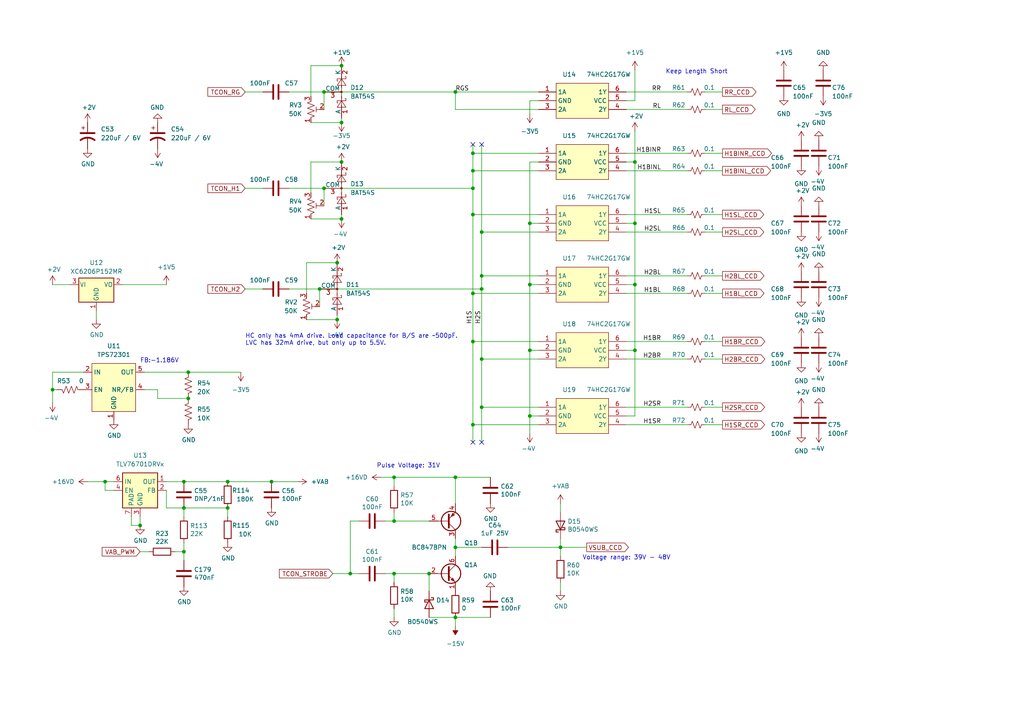
<source format=kicad_sch>
(kicad_sch (version 20231120) (generator "eeschema") (generator_version "8.0")
  (paper "A4")
  (title_block (title "CDD H Drivers") (date "2024-03-25") (rev "R0.11") (company "Copyright 2024 Anhang Li, Wenting Zhang") (comment 2 "MERCHANTABILITY, SATISFACTORY QUALITY AND FITNESS FOR A PARTICULAR PURPOSE.") (comment 3 "This source is distributed WITHOUT ANY EXPRESS OR IMPLIED WARRANTY, INCLUDING OF") (comment 4 "This source describes Open Hardware and is licensed under the CERN-OHL-P v2."))
  (lib_symbols
    (symbol "Device:C" (pin_numbers hide) (pin_names (offset 0.254))
      (property "Reference" "C" (at 0.635 2.54 0))
      (property "Value" "C" (at 0.635 -2.54 0))
      (symbol "C_1_1"
        (pin passive line (at 0 3.81 270) (length 2.794) (name "~") (number "1"))
        (pin passive line (at 0 -3.81 90) (length 2.794) (name "~") (number "2"))
      )
    )
    (symbol "Device:C_Polarized_US" (pin_numbers hide) (pin_names (offset 0.254) hide)
      (property "Reference" "C" (at 0.635 2.54 0))
      (property "Value" "C_Polarized_US" (at 0.635 -2.54 0))
      (symbol "C_Polarized_US_1_1"
        (pin passive line (at 0 3.81 270) (length 2.794) (name "~") (number "1"))
        (pin passive line (at 0 -3.81 90) (length 3.302) (name "~") (number "2"))
      )
    )
    (symbol "Device:D_Schottky" (pin_numbers hide) (pin_names (offset 1.016) hide)
      (property "Reference" "D" (at 0 2.54 0))
      (property "Value" "D_Schottky" (at 0 -2.54 0))
      (symbol "D_Schottky_1_1"
        (pin passive line (at -3.81 0 0) (length 2.54) (name "K") (number "1"))
        (pin passive line (at 3.81 0 180) (length 2.54) (name "A") (number "2"))
      )
    )
    (symbol "Device:R" (pin_numbers hide) (pin_names (offset 0))
      (property "Reference" "R" (at 2.032 0 90))
      (property "Value" "R" (at 0 0 90))
      (symbol "R_1_1"
        (pin passive line (at 0 3.81 270) (length 1.27) (name "~") (number "1"))
        (pin passive line (at 0 -3.81 90) (length 1.27) (name "~") (number "2"))
      )
    )
    (symbol "Device:R_Potentiometer_Trim_US" (pin_names (offset 1.016) hide)
      (property "Reference" "RV" (at -4.445 0 90))
      (property "Value" "R_Potentiometer_Trim_US" (at -2.54 0 90))
      (symbol "R_Potentiometer_Trim_US_1_1"
        (pin passive line (at 0 3.81 270) (length 1.27) (name "1") (number "1"))
        (pin passive line (at 3.81 0 180) (length 1.27) (name "2") (number "2"))
        (pin passive line (at 0 -3.81 90) (length 1.27) (name "3") (number "3"))
      )
    )
    (symbol "Device:R_Small_US" (pin_numbers hide) (pin_names (offset 0.254) hide)
      (property "Reference" "R" (at 0.762 0.508 0))
      (property "Value" "R_Small_US" (at 0.762 -1.016 0))
      (symbol "R_Small_US_1_1"
        (pin passive line (at 0 2.54 270) (length 1.016) (name "~") (number "1"))
        (pin passive line (at 0 -2.54 90) (length 1.016) (name "~") (number "2"))
      )
    )
    (symbol "Device:R_US" (pin_numbers hide) (pin_names (offset 0))
      (property "Reference" "R" (at 2.54 0 90))
      (property "Value" "R_US" (at -2.54 0 90))
      (symbol "R_US_1_1"
        (pin passive line (at 0 3.81 270) (length 1.27) (name "~") (number "1"))
        (pin passive line (at 0 -3.81 90) (length 1.27) (name "~") (number "2"))
      )
    )
    (symbol "Diode:BAT54S" (pin_names (offset 0))
      (property "Reference" "D" (at 2.54 -5.08 0))
      (property "Value" "BAT54S" (at -6.35 3.175 0))
      (symbol "BAT54S_1_1"
        (pin passive line (at -7.62 0 0) (length 3.81) (name "A") (number "1"))
        (pin passive line (at 7.62 0 180) (length 3.81) (name "K") (number "2"))
        (pin passive line (at 0 -5.08 90) (length 5.08) (name "COM") (number "3"))
      )
    )
    (symbol "Regulator_Linear:TLV76701DRVx"
      (property "Reference" "U" (at 0 8.89 0))
      (property "Value" "TLV76701DRVx" (at 0 6.35 0))
      (symbol "TLV76701DRVx_1_1"
        (pin power_out line (at 7.62 2.54 180) (length 2.54) (name "OUT") (number "1"))
        (pin input line (at 7.62 0 180) (length 2.54) (name "FB") (number "2"))
        (pin power_in line (at 0 -7.62 90) (length 2.54) (name "GND") (number "3"))
        (pin input line (at -7.62 0 0) (length 2.54) (name "EN") (number "4"))
        (pin passive line (at 0 -7.62 90) (length 2.54) hide (name "GND") (number "5"))
        (pin power_in line (at -7.62 2.54 0) (length 2.54) (name "IN") (number "6"))
        (pin passive line (at -2.54 -7.62 90) (length 2.54) (name "PAD") (number "7"))
      )
    )
    (symbol "Regulator_Linear:XC6206PxxxMR" (pin_names (offset 0.254))
      (property "Reference" "U" (at -3.81 3.175 0))
      (property "Value" "XC6206PxxxMR" (at 0 3.175 0))
      (symbol "XC6206PxxxMR_1_1"
        (pin power_in line (at 0 -7.62 90) (length 2.54) (name "GND") (number "1"))
        (pin power_out line (at 7.62 0 180) (length 2.54) (name "VO") (number "2"))
        (pin power_in line (at -7.62 0 0) (length 2.54) (name "VI") (number "3"))
      )
    )
    (symbol "Sitina:+2V" (power) (pin_names (offset 0))
      (property "Value" "+2V" (at 0 3.556 0))
      (symbol "+2V_1_1"
        (pin power_in line (at 0 0 90) (length 0) hide (name "+2V") (number "1"))
      )
    )
    (symbol "Sitina:-3V5" (power) (pin_names (offset 0))
      (property "Value" "-3V5" (at 0 3.556 0))
      (symbol "-3V5_1_1"
        (pin power_in line (at 0 0 90) (length 0) hide (name "-3V5") (number "1"))
      )
    )
    (symbol "Sitina:-4V" (power) (pin_names (offset 0))
      (property "Value" "-4V" (at 0 3.556 0))
      (symbol "-4V_1_1"
        (pin power_in line (at 0 0 90) (length 0) hide (name "-4V") (number "1"))
      )
    )
    (symbol "Sitina:74HC2G17"
      (property "Reference" "U" (at 0 0 0))
      (property "Value" "74HC2G17" (at 0 -2.54 0))
      (symbol "74HC2G17_1_1"
        (pin input line (at -12.7 -12.7 0) (length 5.08) (name "1A") (number "1"))
        (pin power_in line (at -12.7 -15.24 0) (length 5.08) (name "GND") (number "2"))
        (pin input line (at -12.7 -17.78 0) (length 5.08) (name "2A") (number "3"))
        (pin output line (at 12.7 -17.78 180) (length 5.08) (name "2Y") (number "4"))
        (pin power_in line (at 12.7 -15.24 180) (length 5.08) (name "VCC") (number "5"))
        (pin output line (at 12.7 -12.7 180) (length 5.08) (name "1Y") (number "6"))
      )
    )
    (symbol "Transistor_BJT:BC847BPN" (pin_names (offset 0) hide)
      (property "Reference" "Q" (at 5.08 1.27 0))
      (property "Value" "BC847BPN" (at 5.08 -1.27 0))
      (symbol "BC847BPN_1_1"
        (pin passive line (at 2.54 -5.08 90) (length 2.54) (name "E1") (number "1"))
        (pin input line (at -5.08 0 0) (length 2.54) (name "B1") (number "2"))
        (pin passive line (at 2.54 5.08 270) (length 2.54) (name "C1") (number "6"))
      )
      (symbol "BC847BPN_2_1"
        (pin passive line (at 2.54 5.08 270) (length 2.54) (name "C2") (number "3"))
        (pin passive line (at 2.54 -5.08 90) (length 2.54) (name "E2") (number "4"))
        (pin input line (at -5.08 0 0) (length 2.54) (name "B2") (number "5"))
      )
    )
    (symbol "power:+1V5" (power) (pin_names (offset 0))
      (property "Value" "+1V5" (at 0 3.556 0))
      (symbol "+1V5_1_1"
        (pin power_in line (at 0 0 90) (length 0) hide (name "+1V5") (number "1"))
      )
    )
    (symbol "power:-15V" (power) (pin_names (offset 0))
      (property "Value" "-15V" (at 0 3.81 0))
      (symbol "-15V_0_0"
        (pin power_in line (at 0 0 90) (length 0) hide (name "-15V") (number "1"))
      )
    )
    (symbol "power:GND" (power) (pin_names (offset 0))
      (property "Value" "GND" (at 0 -3.81 0))
      (symbol "GND_1_1"
        (pin power_in line (at 0 0 270) (length 0) hide (name "GND") (number "1"))
      )
    )
    (symbol "symbols:+16V" (power) (pin_names (offset 0))
      (property "Value" "+16V" (at 0 3.556 0))
      (symbol "+16V_1_1"
        (pin power_in line (at 0 0 90) (length 0) hide (name "+16V") (number "1"))
      )
    )
    (symbol "symbols:TPS723xx"
      (property "Reference" "U" (at 0 1.27 0))
      (property "Value" "TPS723xx" (at 7.62 1.27 0))
      (symbol "TPS723xx_1_1"
        (pin passive line (at 6.35 -16.51 90) (length 2.54) (name "GND") (number "1"))
        (pin power_in line (at -2.54 -2.54 0) (length 2.54) (name "IN") (number "2"))
        (pin input line (at -2.54 -7.62 0) (length 2.54) (name "EN") (number "3"))
        (pin input line (at 15.24 -7.62 180) (length 2.54) (name "NR/FB") (number "4"))
        (pin power_out line (at 15.24 -2.54 180) (length 2.54) (name "OUT") (number "5"))
      )
    )
  )
  (junction (at 162.56 158.75) (diameter 0.9144))
  (junction (at 184.15 82.55))
  (junction (at 66.04 139.7))
  (junction (at 93.98 54.61))
  (junction (at 184.15 101.6))
  (junction (at 132.08 158.75) (diameter 0.9144))
  (junction (at 53.34 160.02) (diameter 0.9144))
  (junction (at 54.61 115.57))
  (junction (at 139.7 104.14))
  (junction (at 78.74 139.7))
  (junction (at 137.16 123.19))
  (junction (at 99.06 35.56))
  (junction (at 137.16 44.45))
  (junction (at 184.15 46.99))
  (junction (at 40.64 152.4))
  (junction (at 139.7 67.31))
  (junction (at 15.24 113.03))
  (junction (at 114.3 138.43))
  (junction (at 99.06 63.5))
  (junction (at 97.79 92.71))
  (junction (at 97.79 76.2))
  (junction (at 66.04 147.32))
  (junction (at 53.34 147.32))
  (junction (at 132.08 26.67))
  (junction (at 137.16 62.23))
  (junction (at 99.06 46.99))
  (junction (at 184.15 64.77))
  (junction (at 114.3 151.13) (diameter 0.9144))
  (junction (at 132.08 138.43) (diameter 0.9144))
  (junction (at 54.61 107.95))
  (junction (at 30.48 139.7))
  (junction (at 153.67 120.65))
  (junction (at 153.67 82.55))
  (junction (at 137.16 85.09))
  (junction (at 124.46 166.37) (diameter 0.9144))
  (junction (at 99.06 19.05))
  (junction (at 139.7 118.11))
  (junction (at 114.3 166.37) (diameter 0.9144))
  (junction (at 137.16 99.06))
  (junction (at 92.71 83.82))
  (junction (at 132.08 179.07) (diameter 0.9144))
  (junction (at 137.16 49.53))
  (junction (at 101.6 166.37))
  (junction (at 53.34 139.7))
  (junction (at 139.7 80.01))
  (junction (at 153.67 101.6))
  (junction (at 137.16 54.61))
  (junction (at 93.98 26.67))
  (junction (at 139.7 83.82))
  (junction (at 153.67 64.77))
  (no_connect (at 137.16 41.91))
  (no_connect (at 137.16 128.27))
  (no_connect (at 139.7 41.91))
  (no_connect (at 139.7 128.27))
  (wire (pts (xy 153.67 120.65) (xy 156.21 120.65)))
  (wire (pts (xy 204.47 118.11) (xy 209.55 118.11)))
  (wire (pts (xy 181.61 26.67) (xy 199.39 26.67)))
  (wire (pts (xy 88.9 92.71) (xy 97.79 92.71)))
  (wire (pts (xy 181.61 99.06) (xy 199.39 99.06)))
  (wire (pts (xy 53.34 139.7) (xy 66.04 139.7)))
  (wire (pts (xy 71.12 83.82) (xy 76.2 83.82)))
  (wire (pts (xy 93.98 31.75) (xy 93.98 26.67)))
  (wire (pts (xy 48.26 142.24) (xy 48.26 147.32)))
  (wire (pts (xy 15.24 107.95) (xy 15.24 113.03)))
  (wire (pts (xy 139.7 67.31) (xy 156.21 67.31)))
  (wire (pts (xy 53.34 147.32) (xy 66.04 147.32)))
  (wire (pts (xy 181.61 85.09) (xy 199.39 85.09)))
  (wire (pts (xy 93.98 59.69) (xy 93.98 54.61)))
  (wire (pts (xy 137.16 85.09) (xy 137.16 99.06)))
  (wire (pts (xy 132.08 31.75) (xy 156.21 31.75)))
  (wire (pts (xy 88.9 76.2) (xy 88.9 85.09)))
  (wire (pts (xy 53.34 160.02) (xy 53.34 157.48)))
  (wire (pts (xy 33.02 142.24) (xy 30.48 142.24)))
  (wire (pts (xy 54.61 107.95) (xy 69.85 107.95)))
  (wire (pts (xy 137.16 54.61) (xy 137.16 62.23)))
  (wire (pts (xy 99.06 34.29) (xy 99.06 35.56)))
  (wire (pts (xy 132.08 26.67) (xy 132.08 31.75)))
  (wire (pts (xy 170.18 158.75) (xy 162.56 158.75)))
  (wire (pts (xy 147.32 158.75) (xy 162.56 158.75)))
  (wire (pts (xy 137.16 99.06) (xy 137.16 123.19)))
  (wire (pts (xy 41.91 113.03) (xy 45.72 113.03)))
  (wire (pts (xy 137.16 44.45) (xy 137.16 49.53)))
  (wire (pts (xy 101.6 151.13) (xy 101.6 166.37)))
  (wire (pts (xy 25.4 139.7) (xy 30.48 139.7)))
  (wire (pts (xy 99.06 62.23) (xy 99.06 63.5)))
  (wire (pts (xy 181.61 123.19) (xy 199.39 123.19)))
  (wire (pts (xy 137.16 99.06) (xy 156.21 99.06)))
  (wire (pts (xy 132.08 158.75) (xy 132.08 161.29)))
  (wire (pts (xy 181.61 64.77) (xy 184.15 64.77)))
  (wire (pts (xy 139.7 118.11) (xy 156.21 118.11)))
  (wire (pts (xy 124.46 171.45) (xy 124.46 166.37)))
  (wire (pts (xy 204.47 26.67) (xy 209.55 26.67)))
  (wire (pts (xy 41.91 107.95) (xy 54.61 107.95)))
  (wire (pts (xy 184.15 101.6) (xy 184.15 120.65)))
  (wire (pts (xy 71.12 26.67) (xy 76.2 26.67)))
  (wire (pts (xy 181.61 46.99) (xy 184.15 46.99)))
  (wire (pts (xy 153.67 101.6) (xy 153.67 120.65)))
  (wire (pts (xy 93.98 54.61) (xy 137.16 54.61)))
  (wire (pts (xy 162.56 168.91) (xy 162.56 171.45)))
  (wire (pts (xy 153.67 29.21) (xy 153.67 33.02)))
  (wire (pts (xy 83.82 83.82) (xy 92.71 83.82)))
  (wire (pts (xy 15.24 82.55) (xy 20.32 82.55)))
  (wire (pts (xy 101.6 166.37) (xy 104.14 166.37)))
  (wire (pts (xy 78.74 139.7) (xy 86.36 139.7)))
  (wire (pts (xy 204.47 99.06) (xy 209.55 99.06)))
  (wire (pts (xy 93.98 26.67) (xy 132.08 26.67)))
  (wire (pts (xy 142.24 179.07) (xy 132.08 179.07)))
  (wire (pts (xy 153.67 46.99) (xy 153.67 64.77)))
  (wire (pts (xy 92.71 88.9) (xy 92.71 83.82)))
  (wire (pts (xy 114.3 151.13) (xy 124.46 151.13)))
  (wire (pts (xy 15.24 113.03) (xy 15.24 116.84)))
  (wire (pts (xy 153.67 64.77) (xy 156.21 64.77)))
  (wire (pts (xy 184.15 20.32) (xy 184.15 29.21)))
  (wire (pts (xy 88.9 76.2) (xy 97.79 76.2)))
  (wire (pts (xy 139.7 104.14) (xy 139.7 118.11)))
  (wire (pts (xy 156.21 46.99) (xy 153.67 46.99)))
  (wire (pts (xy 97.79 91.44) (xy 97.79 92.71)))
  (wire (pts (xy 137.16 41.91) (xy 137.16 44.45)))
  (wire (pts (xy 66.04 139.7) (xy 78.74 139.7)))
  (wire (pts (xy 114.3 168.91) (xy 114.3 166.37)))
  (wire (pts (xy 204.47 62.23) (xy 209.55 62.23)))
  (wire (pts (xy 27.94 90.17) (xy 27.94 92.71)))
  (wire (pts (xy 111.76 166.37) (xy 114.3 166.37)))
  (wire (pts (xy 30.48 139.7) (xy 33.02 139.7)))
  (wire (pts (xy 15.24 113.03) (xy 16.51 113.03)))
  (wire (pts (xy 139.7 118.11) (xy 139.7 128.27)))
  (wire (pts (xy 153.67 82.55) (xy 153.67 101.6)))
  (wire (pts (xy 181.61 67.31) (xy 199.39 67.31)))
  (wire (pts (xy 96.52 166.37) (xy 101.6 166.37)))
  (wire (pts (xy 45.72 115.57) (xy 54.61 115.57)))
  (wire (pts (xy 111.76 151.13) (xy 114.3 151.13)))
  (wire (pts (xy 110.49 138.43) (xy 114.3 138.43)))
  (wire (pts (xy 204.47 44.45) (xy 209.55 44.45)))
  (wire (pts (xy 204.47 67.31) (xy 209.55 67.31)))
  (wire (pts (xy 40.64 149.86) (xy 40.64 152.4)))
  (wire (pts (xy 162.56 158.75) (xy 162.56 161.29)))
  (wire (pts (xy 114.3 176.53) (xy 114.3 179.07)))
  (wire (pts (xy 204.47 80.01) (xy 209.55 80.01)))
  (wire (pts (xy 83.82 26.67) (xy 93.98 26.67)))
  (wire (pts (xy 35.56 82.55) (xy 48.26 82.55)))
  (wire (pts (xy 153.67 101.6) (xy 156.21 101.6)))
  (wire (pts (xy 66.04 147.32) (xy 66.04 149.86)))
  (wire (pts (xy 139.7 83.82) (xy 139.7 104.14)))
  (wire (pts (xy 204.47 49.53) (xy 209.55 49.53)))
  (wire (pts (xy 90.17 46.99) (xy 99.06 46.99)))
  (wire (pts (xy 139.7 41.91) (xy 139.7 67.31)))
  (wire (pts (xy 137.16 62.23) (xy 156.21 62.23)))
  (wire (pts (xy 181.61 101.6) (xy 184.15 101.6)))
  (wire (pts (xy 30.48 142.24) (xy 30.48 139.7)))
  (wire (pts (xy 132.08 179.07) (xy 132.08 181.61)))
  (wire (pts (xy 124.46 179.07) (xy 132.08 179.07)))
  (wire (pts (xy 156.21 29.21) (xy 153.67 29.21)))
  (wire (pts (xy 162.56 146.05) (xy 162.56 148.59)))
  (wire (pts (xy 137.16 123.19) (xy 156.21 123.19)))
  (wire (pts (xy 40.64 160.02) (xy 43.18 160.02)))
  (wire (pts (xy 181.61 62.23) (xy 199.39 62.23)))
  (wire (pts (xy 90.17 63.5) (xy 99.06 63.5)))
  (wire (pts (xy 132.08 138.43) (xy 142.24 138.43)))
  (wire (pts (xy 181.61 31.75) (xy 199.39 31.75)))
  (wire (pts (xy 184.15 120.65) (xy 181.61 120.65)))
  (wire (pts (xy 139.7 80.01) (xy 139.7 83.82)))
  (wire (pts (xy 204.47 123.19) (xy 209.55 123.19)))
  (wire (pts (xy 137.16 85.09) (xy 156.21 85.09)))
  (wire (pts (xy 139.7 104.14) (xy 156.21 104.14)))
  (wire (pts (xy 38.1 152.4) (xy 40.64 152.4)))
  (wire (pts (xy 38.1 149.86) (xy 38.1 152.4)))
  (wire (pts (xy 53.34 162.56) (xy 53.34 160.02)))
  (wire (pts (xy 181.61 118.11) (xy 199.39 118.11)))
  (wire (pts (xy 71.12 54.61) (xy 76.2 54.61)))
  (wire (pts (xy 153.67 82.55) (xy 156.21 82.55)))
  (wire (pts (xy 132.08 156.21) (xy 132.08 158.75)))
  (wire (pts (xy 137.16 123.19) (xy 137.16 128.27)))
  (wire (pts (xy 53.34 149.86) (xy 53.34 147.32)))
  (wire (pts (xy 90.17 19.05) (xy 99.06 19.05)))
  (wire (pts (xy 153.67 120.65) (xy 153.67 125.73)))
  (wire (pts (xy 132.08 138.43) (xy 114.3 138.43)))
  (wire (pts (xy 184.15 64.77) (xy 184.15 82.55)))
  (wire (pts (xy 204.47 85.09) (xy 209.55 85.09)))
  (wire (pts (xy 181.61 44.45) (xy 199.39 44.45)))
  (wire (pts (xy 204.47 31.75) (xy 209.55 31.75)))
  (wire (pts (xy 137.16 62.23) (xy 137.16 85.09)))
  (wire (pts (xy 132.08 26.67) (xy 156.21 26.67)))
  (wire (pts (xy 184.15 38.1) (xy 184.15 46.99)))
  (wire (pts (xy 162.56 156.21) (xy 162.56 158.75)))
  (wire (pts (xy 137.16 49.53) (xy 156.21 49.53)))
  (wire (pts (xy 90.17 46.99) (xy 90.17 55.88)))
  (wire (pts (xy 184.15 82.55) (xy 184.15 101.6)))
  (wire (pts (xy 45.72 113.03) (xy 45.72 115.57)))
  (wire (pts (xy 184.15 46.99) (xy 184.15 64.77)))
  (wire (pts (xy 181.61 49.53) (xy 199.39 49.53)))
  (wire (pts (xy 156.21 44.45) (xy 137.16 44.45)))
  (wire (pts (xy 181.61 82.55) (xy 184.15 82.55)))
  (wire (pts (xy 139.7 67.31) (xy 139.7 80.01)))
  (wire (pts (xy 181.61 29.21) (xy 184.15 29.21)))
  (wire (pts (xy 181.61 80.01) (xy 199.39 80.01)))
  (wire (pts (xy 139.7 80.01) (xy 156.21 80.01)))
  (wire (pts (xy 132.08 158.75) (xy 139.7 158.75)))
  (wire (pts (xy 50.8 160.02) (xy 53.34 160.02)))
  (wire (pts (xy 48.26 139.7) (xy 53.34 139.7)))
  (wire (pts (xy 132.08 138.43) (xy 132.08 146.05)))
  (wire (pts (xy 83.82 54.61) (xy 93.98 54.61)))
  (wire (pts (xy 104.14 151.13) (xy 101.6 151.13)))
  (wire (pts (xy 114.3 166.37) (xy 124.46 166.37)))
  (wire (pts (xy 181.61 104.14) (xy 199.39 104.14)))
  (wire (pts (xy 15.24 107.95) (xy 24.13 107.95)))
  (wire (pts (xy 114.3 148.59) (xy 114.3 151.13)))
  (wire (pts (xy 204.47 104.14) (xy 209.55 104.14)))
  (wire (pts (xy 153.67 64.77) (xy 153.67 82.55)))
  (wire (pts (xy 137.16 49.53) (xy 137.16 54.61)))
  (wire (pts (xy 92.71 83.82) (xy 139.7 83.82)))
  (wire (pts (xy 90.17 19.05) (xy 90.17 27.94)))
  (wire (pts (xy 114.3 140.97) (xy 114.3 138.43)))
  (wire (pts (xy 90.17 35.56) (xy 99.06 35.56)))
  (wire (pts (xy 48.26 147.32) (xy 53.34 147.32)))
  (text "Voltage range: 39V - 48V" (at 168.91 162.56 0) (effects (font (size 1.27 1.27)) (justify left bottom)))
  (text "Pulse Voltage: 31V" (at 109.22 135.89 0) (effects (font (size 1.27 1.27)) (justify left bottom)))
  (text "FB:-1.186V" (at 40.64 105.41 0) (effects (font (size 1.27 1.27)) (justify left bottom)))
  (text "HC only has 4mA drive. Load capacitance for B/S are ~500pF.\nLVC has 32mA drive, but only up to 5.5V." (at 71.12 100.33 0) (effects (font (size 1.27 1.27)) (justify left bottom)))
  (text "Keep Length Short" (at 193.04 21.59 0) (effects (font (size 1.27 1.27)) (justify left bottom)))
  (label "RL" (at 191.77 31.75 180))
  (label "RR" (at 191.77 26.67 180))
  (label "H1SL" (at 191.77 62.23 180))
  (label "H2SL" (at 191.77 67.31 180))
  (label "H1SR" (at 191.77 123.19 180))
  (label "H2BR" (at 191.77 104.14 180))
  (label "H1BL" (at 191.77 85.09 180))
  (label "H2BL" (at 191.77 80.01 180))
  (label "H1S" (at 137.16 93.98 90))
  (label "H2S" (at 139.7 93.98 90))
  (label "H2SR" (at 191.77 118.11 180))
  (label "H1BR" (at 191.77 99.06 180))
  (label "H1BINL" (at 191.77 49.53 180))
  (label "RGS" (at 132.08 26.67 0))
  (label "H1BINR" (at 191.77 44.45 180))
  (global_label "H2BL_CCD" (shape output) (at 209.55 80.01 0) (property "Intersheetrefs" "${INTERSHEET_REFS}" (effects (hide yes))))
  (global_label "H1BINL_CCD" (shape output) (at 209.55 49.53 0) (property "Intersheetrefs" "${INTERSHEET_REFS}" (effects (hide yes))))
  (global_label "H2SL_CCD" (shape output) (at 209.55 67.31 0) (property "Intersheetrefs" "${INTERSHEET_REFS}" (effects (hide yes))))
  (global_label "H1BR_CCD" (shape output) (at 209.55 99.06 0) (property "Intersheetrefs" "${INTERSHEET_REFS}" (effects (hide yes))))
  (global_label "H1BINR_CCD" (shape output) (at 209.55 44.45 0) (property "Intersheetrefs" "${INTERSHEET_REFS}" (effects (hide yes))))
  (global_label "TCON_H2" (shape input) (at 71.12 83.82 180) (property "Intersheetrefs" "${INTERSHEET_REFS}" (effects (hide yes))))
  (global_label "VSUB_CCD" (shape output) (at 170.18 158.75 0) (property "Intersheetrefs" "${INTERSHEET_REFS}" (effects (hide yes))))
  (global_label "VAB_PWM" (shape input) (at 40.64 160.02 180) (property "Intersheetrefs" "${INTERSHEET_REFS}" (effects (hide yes))))
  (global_label "TCON_H1" (shape input) (at 71.12 54.61 180) (property "Intersheetrefs" "${INTERSHEET_REFS}" (effects (hide yes))))
  (global_label "TCON_STROBE" (shape input) (at 96.52 166.37 180) (property "Intersheetrefs" "${INTERSHEET_REFS}" (effects (hide yes))))
  (global_label "TCON_RG" (shape input) (at 71.12 26.67 180) (property "Intersheetrefs" "${INTERSHEET_REFS}" (effects (hide yes))))
  (global_label "RR_CCD" (shape output) (at 209.55 26.67 0) (property "Intersheetrefs" "${INTERSHEET_REFS}" (effects (hide yes))))
  (global_label "RL_CCD" (shape output) (at 209.55 31.75 0) (property "Intersheetrefs" "${INTERSHEET_REFS}" (effects (hide yes))))
  (global_label "H1BL_CCD" (shape output) (at 209.55 85.09 0) (property "Intersheetrefs" "${INTERSHEET_REFS}" (effects (hide yes))))
  (global_label "H2BR_CCD" (shape output) (at 209.55 104.14 0) (property "Intersheetrefs" "${INTERSHEET_REFS}" (effects (hide yes))))
  (global_label "H2SR_CCD" (shape output) (at 209.55 118.11 0) (property "Intersheetrefs" "${INTERSHEET_REFS}" (effects (hide yes))))
  (global_label "H1SL_CCD" (shape output) (at 209.55 62.23 0) (property "Intersheetrefs" "${INTERSHEET_REFS}" (effects (hide yes))))
  (global_label "H1SR_CCD" (shape output) (at 209.55 123.19 0) (property "Intersheetrefs" "${INTERSHEET_REFS}" (effects (hide yes))))
  (symbol (lib_id "symbols:+16V") (at 110.49 138.43 90) (unit 1)
    (property "Reference" "#PWR0130" (effects (hide yes)))
    (property "Value" "+16VD" (at 106.68 138.4299 90) (effects (justify left)))
  )
  (symbol (lib_id "power:GND") (at 238.76 20.32 180) (unit 1)
    (property "Reference" "#PWR0163" (effects (hide yes)))
    (property "Value" "GND" (at 238.76 15.24 0))
  )
  (symbol (lib_id "Sitina:74HC2G17") (at 168.91 86.36 0) (unit 1)
    (property "Reference" "U18" (at 165.1 93.98 0))
    (property "Value" "74HC2G17GW" (at 176.53 93.98 0))
    (property "Footprint" "Package_SO:SC-74-6_1.5x2.9mm_P0.95mm" (effects (hide yes)))
  )
  (symbol (lib_id "Sitina:74HC2G17") (at 168.91 105.41 0) (unit 1)
    (property "Reference" "U19" (at 165.1 113.03 0))
    (property "Value" "74HC2G17GW" (at 176.53 113.03 0))
    (property "Footprint" "Package_SO:SC-74-6_1.5x2.9mm_P0.95mm" (effects (hide yes)))
  )
  (symbol (lib_id "Transistor_BJT:BC847BPN") (at 129.54 151.13 0) (mirror x) (unit 2)
    (property "Reference" "Q1" (at 134.62 157.48 0) (effects (justify left)))
    (property "Value" "BC847BPN" (effects (hide yes)))
    (property "Footprint" "Package_TO_SOT_SMD:SOT-363_SC-70-6" (effects (hide yes)))
    (property "Datasheet" "https://assets.nexperia.com/documents/data-sheet/BC847BPN.pdf" (effects (hide yes)))
  )
  (symbol (lib_id "Device:R_Small_US") (at 201.93 85.09 90) (unit 1)
    (property "Reference" "R68" (at 196.85 83.82 90))
    (property "Value" "0.1" (at 205.74 83.82 90))
    (property "Footprint" "Resistor_SMD:R_0603_1608Metric" (effects (hide yes)))
  )
  (symbol (lib_id "Device:C") (at 232.41 44.45 0) (mirror y) (unit 1)
    (property "Reference" "C66" (at 223.52 45.72 0) (effects (justify right)))
    (property "Value" "100nF" (at 223.52 48.26 0) (effects (justify right)))
    (property "Footprint" "Capacitor_SMD:C_0402_1005Metric" (effects (hide yes)))
  )
  (symbol (lib_id "power:GND") (at 232.41 86.36 0) (unit 1)
    (property "Reference" "#PWR0148" (effects (hide yes)))
    (property "Value" "GND" (at 232.41 91.44 0))
  )
  (symbol (lib_id "Device:R_US") (at 54.61 119.38 0) (mirror y) (unit 1)
    (property "Reference" "R55" (at 57.15 118.745 0) (effects (justify right)))
    (property "Value" "10K" (at 57.15 121.285 0) (effects (justify right)))
    (property "Footprint" "Resistor_SMD:R_0402_1005Metric" (effects (hide yes)))
  )
  (symbol (lib_id "Device:R_Small_US") (at 201.93 80.01 90) (unit 1)
    (property "Reference" "R67" (at 196.85 78.74 90))
    (property "Value" "0.1" (at 205.74 78.74 90))
    (property "Footprint" "Resistor_SMD:R_0603_1608Metric" (effects (hide yes)))
  )
  (symbol (lib_id "Sitina:-3V5") (at 99.06 35.56 180) (unit 1)
    (property "Reference" "#PWR0127" (effects (hide yes)))
    (property "Value" "-3V5" (at 99.06 39.37 0))
  )
  (symbol (lib_id "Sitina:+2V") (at 99.06 46.99 0) (unit 1)
    (property "Reference" "#PWR0128" (effects (hide yes)))
    (property "Value" "+2V" (at 99.441 42.5958 0))
  )
  (symbol (lib_id "Device:R_Small_US") (at 201.93 26.67 90) (unit 1)
    (property "Reference" "R61" (at 196.85 25.4 90))
    (property "Value" "0.1" (at 205.74 25.4 90))
    (property "Footprint" "Resistor_SMD:R_0603_1608Metric" (effects (hide yes)))
  )
  (symbol (lib_id "Device:R_Small_US") (at 201.93 118.11 90) (unit 1)
    (property "Reference" "R71" (at 196.85 116.84 90))
    (property "Value" "0.1" (at 205.74 116.84 90))
    (property "Footprint" "Resistor_SMD:R_0603_1608Metric" (effects (hide yes)))
  )
  (symbol (lib_id "Sitina:-4V") (at 237.49 48.26 180) (unit 1)
    (property "Reference" "#PWR0154" (effects (hide yes)))
    (property "Value" "-4V" (at 237.109 52.6542 0))
  )
  (symbol (lib_id "power:GND") (at 237.49 118.11 180) (unit 1)
    (property "Reference" "#PWR0161" (effects (hide yes)))
    (property "Value" "GND" (at 237.49 113.03 0))
  )
  (symbol (lib_id "Device:R_Small_US") (at 201.93 31.75 90) (unit 1)
    (property "Reference" "R62" (at 196.85 30.48 90))
    (property "Value" "0.1" (at 205.74 30.48 90))
    (property "Footprint" "Resistor_SMD:R_0603_1608Metric" (effects (hide yes)))
  )
  (symbol (lib_id "Diode:BAT54S") (at 99.06 26.67 270) (mirror x) (unit 1)
    (property "Reference" "D12" (at 101.6 25.4 90) (effects (justify left)))
    (property "Value" "BAT54S" (at 101.6 27.94 90) (effects (justify left)))
    (property "Footprint" "Package_TO_SOT_SMD:SOT-23" (effects (hide yes)))
    (property "Datasheet" "https://www.diodes.com/assets/Datasheets/ds11005.pdf" (effects (hide yes)))
  )
  (symbol (lib_id "power:GND") (at 232.41 67.31 0) (unit 1)
    (property "Reference" "#PWR0146" (effects (hide yes)))
    (property "Value" "GND" (at 232.41 72.39 0))
  )
  (symbol (lib_id "Device:R_Small_US") (at 201.93 49.53 90) (unit 1)
    (property "Reference" "R64" (at 196.85 48.26 90))
    (property "Value" "0.1" (at 205.74 48.26 90))
    (property "Footprint" "Resistor_SMD:R_0603_1608Metric" (effects (hide yes)))
  )
  (symbol (lib_id "Device:R") (at 46.99 160.02 270) (unit 1)
    (property "Reference" "R23" (at 46.99 154.7622 90))
    (property "Value" "22K" (at 46.99 157.0736 90))
    (property "Footprint" "Resistor_SMD:R_0402_1005Metric" (effects (hide yes)))
  )
  (symbol (lib_id "Sitina:+2V") (at 232.41 97.79 0) (unit 1)
    (property "Reference" "#PWR0149" (effects (hide yes)))
    (property "Value" "+2V" (at 232.791 93.3958 0))
  )
  (symbol (lib_id "Sitina:+2V") (at 15.24 82.55 0) (unit 1)
    (property "Reference" "#PWR0108" (effects (hide yes)))
    (property "Value" "+2V" (at 15.621 78.1558 0))
  )
  (symbol (lib_id "Device:D_Schottky") (at 124.46 175.26 270) (unit 1)
    (property "Reference" "D14" (at 126.492 174.0916 90) (effects (justify left)))
    (property "Value" "B0540WS" (at 118.11 180.34 90) (effects (justify left)))
    (property "Footprint" "Diode_SMD:D_SOD-323" (effects (hide yes)))
  )
  (symbol (lib_id "symbols:+16V") (at 162.56 146.05 0) (unit 1)
    (property "Reference" "#PWR0137" (effects (hide yes)))
    (property "Value" "+VAB" (at 162.56 140.97 0))
  )
  (symbol (lib_id "Device:C") (at 142.24 175.26 180) (unit 1)
    (property "Reference" "C63" (at 145.161 174.0916 0) (effects (justify right)))
    (property "Value" "100nF" (at 145.161 176.403 0) (effects (justify right)))
    (property "Footprint" "Capacitor_SMD:C_0402_1005Metric" (effects (hide yes)))
  )
  (symbol (lib_id "Device:R_Potentiometer_Trim_US") (at 90.17 31.75 0) (mirror x) (unit 1)
    (property "Reference" "RV3" (at 87.63 30.48 0) (effects (justify right)))
    (property "Value" "50K" (at 87.63 33.02 0) (effects (justify right)))
    (property "Footprint" "footprints:Potentiometer_Bourns_TC33X_Vertical" (effects (hide yes)))
  )
  (symbol (lib_id "power:+1V5") (at 48.26 82.55 0) (unit 1)
    (property "Reference" "#PWR0118" (effects (hide yes)))
    (property "Value" "+1V5" (at 48.26 77.47 0))
  )
  (symbol (lib_id "Sitina:-4V") (at 45.72 43.18 180) (unit 1)
    (property "Reference" "#PWR0117" (effects (hide yes)))
    (property "Value" "-4V" (at 45.339 47.5742 0))
  )
  (symbol (lib_id "Device:D_Schottky") (at 162.56 152.4 90) (unit 1)
    (property "Reference" "D15" (at 164.592 151.2316 90) (effects (justify right)))
    (property "Value" "B0540WS" (at 164.592 153.543 90) (effects (justify right)))
    (property "Footprint" "Diode_SMD:D_SOD-323" (effects (hide yes)))
  )
  (symbol (lib_id "Device:R_Small_US") (at 201.93 67.31 90) (unit 1)
    (property "Reference" "R66" (at 196.85 66.04 90))
    (property "Value" "0.1" (at 205.74 66.04 90))
    (property "Footprint" "Resistor_SMD:R_0603_1608Metric" (effects (hide yes)))
  )
  (symbol (lib_id "Sitina:74HC2G17") (at 168.91 31.75 0) (unit 1)
    (property "Reference" "U15" (at 165.1 39.37 0))
    (property "Value" "74HC2G17GW" (at 176.53 39.37 0))
    (property "Footprint" "Package_SO:SC-74-6_1.5x2.9mm_P0.95mm" (effects (hide yes)))
  )
  (symbol (lib_id "Device:C") (at 53.34 143.51 180) (unit 1)
    (property "Reference" "C55" (at 56.261 142.3416 0) (effects (justify right)))
    (property "Value" "DNP/1nF" (at 56.261 144.653 0) (effects (justify right)))
    (property "Footprint" "Capacitor_SMD:C_0402_1005Metric" (effects (hide yes)))
  )
  (symbol (lib_id "Device:C") (at 80.01 83.82 90) (unit 1)
    (property "Reference" "C59" (at 82.55 81.28 90) (effects (justify right)))
    (property "Value" "100nF" (at 72.39 81.28 90) (effects (justify right)))
    (property "Footprint" "Capacitor_SMD:C_0402_1005Metric" (effects (hide yes)))
  )
  (symbol (lib_id "Device:R_Potentiometer_Trim_US") (at 90.17 59.69 0) (mirror x) (unit 1)
    (property "Reference" "RV4" (at 87.63 58.42 0) (effects (justify right)))
    (property "Value" "50K" (at 87.63 60.96 0) (effects (justify right)))
    (property "Footprint" "footprints:Potentiometer_Bourns_TC33X_Vertical" (effects (hide yes)))
  )
  (symbol (lib_id "Transistor_BJT:BC847BPN") (at 129.54 166.37 0) (unit 1)
    (property "Reference" "Q1" (at 134.62 163.83 0) (effects (justify left)))
    (property "Value" "BC847BPN" (at 119.38 158.75 0) (effects (justify left)))
    (property "Footprint" "Package_TO_SOT_SMD:SOT-363_SC-70-6" (effects (hide yes)))
    (property "Datasheet" "https://assets.nexperia.com/documents/data-sheet/BC847BPN.pdf" (effects (hide yes)))
  )
  (symbol (lib_id "Sitina:+2V") (at 97.79 76.2 0) (unit 1)
    (property "Reference" "#PWR0124" (effects (hide yes)))
    (property "Value" "+2V" (at 98.171 71.8058 0))
  )
  (symbol (lib_id "Device:C") (at 80.01 54.61 90) (unit 1)
    (property "Reference" "C58" (at 82.55 52.07 90) (effects (justify right)))
    (property "Value" "100nF" (at 72.39 52.07 90) (effects (justify right)))
    (property "Footprint" "Capacitor_SMD:C_0402_1005Metric" (effects (hide yes)))
  )
  (symbol (lib_id "power:+1V5") (at 227.33 20.32 0) (unit 1)
    (property "Reference" "#PWR0141" (effects (hide yes)))
    (property "Value" "+1V5" (at 227.33 15.24 0))
  )
  (symbol (lib_id "power:GND") (at 114.3 179.07 0) (unit 1)
    (property "Reference" "#PWR0131" (effects (hide yes)))
    (property "Value" "GND" (at 114.427 183.4642 0))
  )
  (symbol (lib_id "Device:C_Polarized_US") (at 45.72 39.37 0) (unit 1)
    (property "Reference" "C54" (at 49.53 37.465 0) (effects (justify left)))
    (property "Value" "220uF / 6V" (at 49.53 40.005 0) (effects (justify left)))
    (property "Footprint" "Capacitor_SMD:C_Elec_6.3x7.7" (effects (hide yes)))
  )
  (symbol (lib_id "Device:C") (at 237.49 121.92 0) (mirror y) (unit 1)
    (property "Reference" "C75" (at 240.03 123.19 0) (effects (justify right)))
    (property "Value" "100nF" (at 240.03 125.73 0) (effects (justify right)))
    (property "Footprint" "Capacitor_SMD:C_0402_1005Metric" (effects (hide yes)))
  )
  (symbol (lib_id "Sitina:+2V") (at 232.41 118.11 0) (unit 1)
    (property "Reference" "#PWR0151" (effects (hide yes)))
    (property "Value" "+2V" (at 232.791 113.7158 0))
  )
  (symbol (lib_id "power:GND") (at 237.49 78.74 180) (unit 1)
    (property "Reference" "#PWR0157" (effects (hide yes)))
    (property "Value" "GND" (at 237.49 73.66 0))
  )
  (symbol (lib_id "power:GND") (at 45.72 35.56 180) (unit 1)
    (property "Reference" "#PWR0116" (effects (hide yes)))
    (property "Value" "GND" (at 45.593 31.1658 0))
  )
  (symbol (lib_id "power:GND") (at 232.41 105.41 0) (unit 1)
    (property "Reference" "#PWR0150" (effects (hide yes)))
    (property "Value" "GND" (at 232.41 110.49 0))
  )
  (symbol (lib_id "symbols:+16V") (at 25.4 139.7 90) (unit 1)
    (property "Reference" "#PWR0112" (effects (hide yes)))
    (property "Value" "+16VD" (at 21.59 139.6999 90) (effects (justify left)))
  )
  (symbol (lib_id "Device:C") (at 238.76 24.13 0) (mirror y) (unit 1)
    (property "Reference" "C76" (at 241.3 25.4 0) (effects (justify right)))
    (property "Value" "100nF" (at 241.3 27.94 0) (effects (justify right)))
    (property "Footprint" "Capacitor_SMD:C_0402_1005Metric" (effects (hide yes)))
  )
  (symbol (lib_id "Device:R") (at 132.08 175.26 0) (unit 1)
    (property "Reference" "R59" (at 133.858 174.0916 0) (effects (justify left)))
    (property "Value" "0" (at 133.858 176.403 0) (effects (justify left)))
    (property "Footprint" "Resistor_SMD:R_0402_1005Metric" (effects (hide yes)))
  )
  (symbol (lib_id "Sitina:-4V") (at 237.49 125.73 180) (unit 1)
    (property "Reference" "#PWR0162" (effects (hide yes)))
    (property "Value" "-4V" (at 237.109 130.1242 0))
  )
  (symbol (lib_id "Sitina:+2V") (at 25.4 35.56 0) (unit 1)
    (property "Reference" "#PWR0110" (effects (hide yes)))
    (property "Value" "+2V" (at 25.781 31.1658 0))
  )
  (symbol (lib_id "Device:R_Small_US") (at 201.93 123.19 90) (unit 1)
    (property "Reference" "R72" (at 196.85 121.92 90))
    (property "Value" "0.1" (at 205.74 121.92 90))
    (property "Footprint" "Resistor_SMD:R_0603_1608Metric" (effects (hide yes)))
  )
  (symbol (lib_id "Device:C") (at 227.33 24.13 0) (mirror y) (unit 1)
    (property "Reference" "C65" (at 229.87 25.4 0) (effects (justify right)))
    (property "Value" "100nF" (at 229.87 27.94 0) (effects (justify right)))
    (property "Footprint" "Capacitor_SMD:C_0402_1005Metric" (effects (hide yes)))
  )
  (symbol (lib_id "Diode:BAT54S") (at 97.79 83.82 270) (mirror x) (unit 1)
    (property "Reference" "D11" (at 100.33 82.55 90) (effects (justify left)))
    (property "Value" "BAT54S" (at 100.33 85.09 90) (effects (justify left)))
    (property "Footprint" "Package_TO_SOT_SMD:SOT-23" (effects (hide yes)))
    (property "Datasheet" "https://www.diodes.com/assets/Datasheets/ds11005.pdf" (effects (hide yes)))
  )
  (symbol (lib_id "Device:C") (at 237.49 63.5 0) (mirror y) (unit 1)
    (property "Reference" "C72" (at 240.03 64.77 0) (effects (justify right)))
    (property "Value" "100nF" (at 240.03 67.31 0) (effects (justify right)))
    (property "Footprint" "Capacitor_SMD:C_0402_1005Metric" (effects (hide yes)))
  )
  (symbol (lib_id "Sitina:-4V") (at 237.49 67.31 180) (unit 1)
    (property "Reference" "#PWR0156" (effects (hide yes)))
    (property "Value" "-4V" (at 237.109 71.7042 0))
  )
  (symbol (lib_id "power:GND") (at 227.33 27.94 0) (unit 1)
    (property "Reference" "#PWR0142" (effects (hide yes)))
    (property "Value" "GND" (at 227.33 33.02 0))
  )
  (symbol (lib_id "power:+1V5") (at 99.06 19.05 0) (unit 1)
    (property "Reference" "#PWR0126" (effects (hide yes)))
    (property "Value" "+1V5" (at 99.06 15.24 0))
  )
  (symbol (lib_id "Device:C") (at 232.41 101.6 0) (mirror y) (unit 1)
    (property "Reference" "C69" (at 223.52 102.87 0) (effects (justify right)))
    (property "Value" "100nF" (at 223.52 105.41 0) (effects (justify right)))
    (property "Footprint" "Capacitor_SMD:C_0402_1005Metric" (effects (hide yes)))
  )
  (symbol (lib_id "power:GND") (at 54.61 123.19 0) (unit 1)
    (property "Reference" "#PWR0119" (effects (hide yes)))
    (property "Value" "GND" (at 54.737 127.5842 0))
  )
  (symbol (lib_id "Device:C") (at 237.49 101.6 0) (mirror y) (unit 1)
    (property "Reference" "C74" (at 240.03 102.87 0) (effects (justify right)))
    (property "Value" "100nF" (at 240.03 105.41 0) (effects (justify right)))
    (property "Footprint" "Capacitor_SMD:C_0402_1005Metric" (effects (hide yes)))
  )
  (symbol (lib_id "Sitina:+2V") (at 232.41 78.74 0) (unit 1)
    (property "Reference" "#PWR0147" (effects (hide yes)))
    (property "Value" "+2V" (at 232.791 74.3458 0))
  )
  (symbol (lib_id "Device:C") (at 107.95 166.37 270) (unit 1)
    (property "Reference" "C61" (at 107.95 159.9692 90))
    (property "Value" "100nF" (at 107.95 162.2806 90))
    (property "Footprint" "Capacitor_SMD:C_0402_1005Metric" (effects (hide yes)))
  )
  (symbol (lib_id "Device:C") (at 232.41 82.55 0) (mirror y) (unit 1)
    (property "Reference" "C68" (at 223.52 83.82 0) (effects (justify right)))
    (property "Value" "100nF" (at 223.52 86.36 0) (effects (justify right)))
    (property "Footprint" "Capacitor_SMD:C_0402_1005Metric" (effects (hide yes)))
  )
  (symbol (lib_id "Device:R") (at 114.3 144.78 0) (unit 1)
    (property "Reference" "R57" (at 116.078 143.6116 0) (effects (justify left)))
    (property "Value" "10K" (at 116.078 145.923 0) (effects (justify left)))
    (property "Footprint" "Resistor_SMD:R_0402_1005Metric" (effects (hide yes)))
  )
  (symbol (lib_id "Sitina:74HC2G17") (at 168.91 13.97 0) (unit 1)
    (property "Reference" "U14" (at 165.1 21.59 0))
    (property "Value" "74HC2G17GW" (at 176.53 21.59 0))
    (property "Footprint" "Package_SO:SC-74-6_1.5x2.9mm_P0.95mm" (effects (hide yes)))
  )
  (symbol (lib_id "power:GND") (at 237.49 97.79 180) (unit 1)
    (property "Reference" "#PWR0159" (effects (hide yes)))
    (property "Value" "GND" (at 237.49 92.71 0))
  )
  (symbol (lib_id "Device:R") (at 66.04 143.51 180) (unit 1)
    (property "Reference" "R114" (at 69.85 142.24 0))
    (property "Value" "180K" (at 71.12 144.78 0))
    (property "Footprint" "Resistor_SMD:R_0402_1005Metric" (effects (hide yes)))
  )
  (symbol (lib_id "Device:C") (at 232.41 121.92 0) (mirror y) (unit 1)
    (property "Reference" "C70" (at 223.52 123.19 0) (effects (justify right)))
    (property "Value" "100nF" (at 223.52 125.73 0) (effects (justify right)))
    (property "Footprint" "Capacitor_SMD:C_0402_1005Metric" (effects (hide yes)))
  )
  (symbol (lib_id "Device:R_Small_US") (at 201.93 104.14 90) (unit 1)
    (property "Reference" "R70" (at 196.85 102.87 90))
    (property "Value" "0.1" (at 205.74 102.87 90))
    (property "Footprint" "Resistor_SMD:R_0603_1608Metric" (effects (hide yes)))
  )
  (symbol (lib_id "Sitina:-3V5") (at 153.67 33.02 180) (unit 1)
    (property "Reference" "#PWR0135" (effects (hide yes)))
    (property "Value" "-3V5" (at 153.67 38.1 0))
  )
  (symbol (lib_id "power:GND") (at 162.56 171.45 0) (unit 1)
    (property "Reference" "#PWR0138" (effects (hide yes)))
    (property "Value" "GND" (at 162.687 175.8442 0))
  )
  (symbol (lib_id "Sitina:-3V5") (at 69.85 107.95 180) (unit 1)
    (property "Reference" "#PWR0121" (effects (hide yes)))
    (property "Value" "-3V5" (at 69.85 113.03 0))
  )
  (symbol (lib_id "power:GND") (at 142.24 171.45 180) (unit 1)
    (property "Reference" "#PWR0134" (effects (hide yes)))
    (property "Value" "GND" (at 142.113 167.0558 0))
  )
  (symbol (lib_id "Device:R_Small_US") (at 201.93 62.23 90) (unit 1)
    (property "Reference" "R65" (at 196.85 60.96 90))
    (property "Value" "0.1" (at 205.74 60.96 90))
    (property "Footprint" "Resistor_SMD:R_0603_1608Metric" (effects (hide yes)))
  )
  (symbol (lib_id "Regulator_Linear:TLV76701DRVx") (at 40.64 142.24 0) (unit 1)
    (property "Reference" "U13" (at 40.64 132.08 0))
    (property "Value" "TLV76701DRVx" (at 40.64 134.62 0))
    (property "Footprint" "Package_SON:WSON-6-1EP_2x2mm_P0.65mm_EP1x1.6mm_ThermalVias" (effects (hide yes)))
    (property "Datasheet" "www.ti.com/lit/gpn/TLV767" (effects (hide yes)))
  )
  (symbol (lib_id "power:GND") (at 25.4 43.18 0) (unit 1)
    (property "Reference" "#PWR0111" (effects (hide yes)))
    (property "Value" "GND" (at 25.527 47.5742 0))
  )
  (symbol (lib_id "power:+1V5") (at 184.15 20.32 0) (unit 1)
    (property "Reference" "#PWR0139" (effects (hide yes)))
    (property "Value" "+1V5" (at 184.15 15.24 0))
  )
  (symbol (lib_id "Device:R") (at 53.34 153.67 0) (unit 1)
    (property "Reference" "R113" (at 55.118 152.5016 0) (effects (justify left)))
    (property "Value" "22K" (at 55.118 154.813 0) (effects (justify left)))
    (property "Footprint" "Resistor_SMD:R_0402_1005Metric" (effects (hide yes)))
  )
  (symbol (lib_id "Device:C") (at 143.51 158.75 270) (unit 1)
    (property "Reference" "C64" (at 143.51 152.3492 90))
    (property "Value" "1uF 25V" (at 143.51 154.6606 90))
    (property "Footprint" "Capacitor_SMD:C_0603_1608Metric" (effects (hide yes)))
  )
  (symbol (lib_id "Regulator_Linear:XC6206PxxxMR") (at 27.94 82.55 0) (unit 1)
    (property "Reference" "U12" (at 27.94 76.2 0))
    (property "Value" "XC6206P152MR" (at 27.94 78.74 0))
    (property "Footprint" "Package_TO_SOT_SMD:SOT-23-3" (effects (hide yes)))
    (property "Datasheet" "https://www.torexsemi.com/file/xc6206/XC6206.pdf" (effects (hide yes)))
  )
  (symbol (lib_id "Sitina:+2V") (at 184.15 38.1 0) (unit 1)
    (property "Reference" "#PWR0140" (effects (hide yes)))
    (property "Value" "+2V" (at 184.531 33.7058 0))
  )
  (symbol (lib_id "power:GND") (at 66.04 157.48 0) (unit 1)
    (property "Reference" "#PWR0290" (effects (hide yes)))
    (property "Value" "GND" (at 66.167 161.8742 0))
  )
  (symbol (lib_id "Sitina:-4V") (at 99.06 63.5 180) (unit 1)
    (property "Reference" "#PWR0129" (effects (hide yes)))
    (property "Value" "-4V" (at 98.679 67.8942 0))
  )
  (symbol (lib_id "Sitina:74HC2G17") (at 168.91 49.53 0) (unit 1)
    (property "Reference" "U16" (at 165.1 57.15 0))
    (property "Value" "74HC2G17GW" (at 176.53 57.15 0))
    (property "Footprint" "Package_SO:SC-74-6_1.5x2.9mm_P0.95mm" (effects (hide yes)))
  )
  (symbol (lib_id "Device:C") (at 237.49 44.45 0) (mirror y) (unit 1)
    (property "Reference" "C71" (at 240.03 45.72 0) (effects (justify right)))
    (property "Value" "100nF" (at 240.03 48.26 0) (effects (justify right)))
    (property "Footprint" "Capacitor_SMD:C_0402_1005Metric" (effects (hide yes)))
  )
  (symbol (lib_id "Sitina:+2V") (at 232.41 40.64 0) (unit 1)
    (property "Reference" "#PWR0143" (effects (hide yes)))
    (property "Value" "+2V" (at 232.791 36.2458 0))
  )
  (symbol (lib_id "power:GND") (at 78.74 147.32 0) (unit 1)
    (property "Reference" "#PWR0122" (effects (hide yes)))
    (property "Value" "GND" (at 78.867 151.7142 0))
  )
  (symbol (lib_id "power:GND") (at 232.41 48.26 0) (unit 1)
    (property "Reference" "#PWR0144" (effects (hide yes)))
    (property "Value" "GND" (at 232.41 53.34 0))
  )
  (symbol (lib_id "Device:C") (at 142.24 142.24 180) (unit 1)
    (property "Reference" "C62" (at 145.161 141.0716 0) (effects (justify right)))
    (property "Value" "100nF" (at 145.161 143.383 0) (effects (justify right)))
    (property "Footprint" "Capacitor_SMD:C_0402_1005Metric" (effects (hide yes)))
  )
  (symbol (lib_id "Sitina:-4V") (at 15.24 116.84 180) (unit 1)
    (property "Reference" "#PWR0109" (effects (hide yes)))
    (property "Value" "-4V" (at 14.859 121.2342 0))
  )
  (symbol (lib_id "Device:R_Small_US") (at 201.93 44.45 90) (unit 1)
    (property "Reference" "R63" (at 196.85 43.18 90))
    (property "Value" "0.1" (at 205.74 43.18 90))
    (property "Footprint" "Resistor_SMD:R_0603_1608Metric" (effects (hide yes)))
  )
  (symbol (lib_id "Device:R") (at 162.56 165.1 0) (unit 1)
    (property "Reference" "R60" (at 164.338 163.9316 0) (effects (justify left)))
    (property "Value" "10K" (at 164.338 166.243 0) (effects (justify left)))
    (property "Footprint" "Resistor_SMD:R_0402_1005Metric" (effects (hide yes)))
  )
  (symbol (lib_id "power:GND") (at 33.02 121.92 0) (unit 1)
    (property "Reference" "#PWR0114" (effects (hide yes)))
    (property "Value" "GND" (at 33.147 126.3142 0))
  )
  (symbol (lib_id "Device:C_Polarized_US") (at 25.4 39.37 0) (unit 1)
    (property "Reference" "C53" (at 29.21 37.465 0) (effects (justify left)))
    (property "Value" "220uF / 6V" (at 29.21 40.005 0) (effects (justify left)))
    (property "Footprint" "Capacitor_SMD:C_Elec_6.3x7.7" (effects (hide yes)))
  )
  (symbol (lib_id "Diode:BAT54S") (at 99.06 54.61 270) (mirror x) (unit 1)
    (property "Reference" "D13" (at 101.6 53.34 90) (effects (justify left)))
    (property "Value" "BAT54S" (at 101.6 55.88 90) (effects (justify left)))
    (property "Footprint" "Package_TO_SOT_SMD:SOT-23" (effects (hide yes)))
    (property "Datasheet" "https://www.diodes.com/assets/Datasheets/ds11005.pdf" (effects (hide yes)))
  )
  (symbol (lib_id "Device:R_Potentiometer_Trim_US") (at 88.9 88.9 0) (mirror x) (unit 1)
    (property "Reference" "RV2" (at 86.36 87.63 0) (effects (justify right)))
    (property "Value" "50K" (at 86.36 90.17 0) (effects (justify right)))
    (property "Footprint" "footprints:Potentiometer_Bourns_TC33X_Vertical" (effects (hide yes)))
  )
  (symbol (lib_id "Device:C") (at 53.34 166.37 180) (unit 1)
    (property "Reference" "C179" (at 56.261 165.2016 0) (effects (justify right)))
    (property "Value" "470nF" (at 56.261 167.513 0) (effects (justify right)))
    (property "Footprint" "Capacitor_SMD:C_0402_1005Metric" (effects (hide yes)))
  )
  (symbol (lib_id "Sitina:74HC2G17") (at 168.91 67.31 0) (unit 1)
    (property "Reference" "U17" (at 165.1 74.93 0))
    (property "Value" "74HC2G17GW" (at 176.53 74.93 0))
    (property "Footprint" "Package_SO:SC-74-6_1.5x2.9mm_P0.95mm" (effects (hide yes)))
  )
  (symbol (lib_id "power:-15V") (at 132.08 181.61 180) (unit 1)
    (property "Reference" "#PWR0132" (effects (hide yes)))
    (property "Value" "-15V" (at 132.08 186.69 0))
  )
  (symbol (lib_id "symbols:TPS723xx") (at 26.67 105.41 0) (unit 1)
    (property "Reference" "U11" (at 33.02 100.33 0))
    (property "Value" "TPS72301" (at 33.02 102.87 0))
    (property "Footprint" "Package_TO_SOT_SMD:SOT-23-5_HandSoldering" (effects (hide yes)))
    (property "Datasheet" "https://www.ti.com/lit/ds/symlink/tps723.pdf?ts=1702883007627&ref_url=https%253A%252F%252Fwww.ti.com%252Fpower-management%252Flinear-regulators-ldo%252Fproducts.html" (effects (hide yes)))
  )
  (symbol (lib_id "power:GND") (at 53.34 170.18 0) (unit 1)
    (property "Reference" "#PWR0120" (effects (hide yes)))
    (property "Value" "GND" (at 53.467 174.5742 0))
  )
  (symbol (lib_id "Device:C") (at 232.41 63.5 0) (mirror y) (unit 1)
    (property "Reference" "C67" (at 223.52 64.77 0) (effects (justify right)))
    (property "Value" "100nF" (at 223.52 67.31 0) (effects (justify right)))
    (property "Footprint" "Capacitor_SMD:C_0402_1005Metric" (effects (hide yes)))
  )
  (symbol (lib_id "Device:C") (at 80.01 26.67 90) (unit 1)
    (property "Reference" "C57" (at 82.55 24.13 90) (effects (justify right)))
    (property "Value" "100nF" (at 72.39 24.13 90) (effects (justify right)))
    (property "Footprint" "Capacitor_SMD:C_0402_1005Metric" (effects (hide yes)))
  )
  (symbol (lib_id "Sitina:+2V") (at 232.41 59.69 0) (unit 1)
    (property "Reference" "#PWR0145" (effects (hide yes)))
    (property "Value" "+2V" (at 232.791 55.2958 0))
  )
  (symbol (lib_id "power:GND") (at 232.41 125.73 0) (unit 1)
    (property "Reference" "#PWR0152" (effects (hide yes)))
    (property "Value" "GND" (at 232.41 130.81 0))
  )
  (symbol (lib_id "Sitina:-4V") (at 153.67 125.73 180) (unit 1)
    (property "Reference" "#PWR0136" (effects (hide yes)))
    (property "Value" "-4V" (at 153.289 130.1242 0))
  )
  (symbol (lib_id "Device:C") (at 237.49 82.55 0) (mirror y) (unit 1)
    (property "Reference" "C73" (at 240.03 83.82 0) (effects (justify right)))
    (property "Value" "100nF" (at 240.03 86.36 0) (effects (justify right)))
    (property "Footprint" "Capacitor_SMD:C_0402_1005Metric" (effects (hide yes)))
  )
  (symbol (lib_id "Sitina:-4V") (at 237.49 86.36 180) (unit 1)
    (property "Reference" "#PWR0158" (effects (hide yes)))
    (property "Value" "-4V" (at 237.109 90.7542 0))
  )
  (symbol (lib_id "power:GND") (at 27.94 92.71 0) (unit 1)
    (property "Reference" "#PWR0113" (effects (hide yes)))
    (property "Value" "GND" (at 28.067 97.1042 0))
  )
  (symbol (lib_id "Sitina:-3V5") (at 238.76 27.94 180) (unit 1)
    (property "Reference" "#PWR0164" (effects (hide yes)))
    (property "Value" "-3V5" (at 238.76 33.02 0))
  )
  (symbol (lib_id "Device:R") (at 66.04 153.67 180) (unit 1)
    (property "Reference" "R115" (at 69.85 152.4 0))
    (property "Value" "10K" (at 71.12 154.94 0))
    (property "Footprint" "Resistor_SMD:R_0402_1005Metric" (effects (hide yes)))
  )
  (symbol (lib_id "Device:R_US") (at 54.61 111.76 0) (mirror y) (unit 1)
    (property "Reference" "R54" (at 57.15 111.125 0) (effects (justify right)))
    (property "Value" "20K" (at 57.15 113.665 0) (effects (justify right)))
    (property "Footprint" "Resistor_SMD:R_0402_1005Metric" (effects (hide yes)))
  )
  (symbol (lib_id "Sitina:-4V") (at 97.79 92.71 180) (unit 1)
    (property "Reference" "#PWR0125" (effects (hide yes)))
    (property "Value" "-4V" (at 97.409 97.1042 0))
  )
  (symbol (lib_id "Device:R_Small_US") (at 201.93 99.06 90) (unit 1)
    (property "Reference" "R69" (at 196.85 97.79 90))
    (property "Value" "0.1" (at 205.74 97.79 90))
    (property "Footprint" "Resistor_SMD:R_0603_1608Metric" (effects (hide yes)))
  )
  (symbol (lib_id "power:GND") (at 40.64 152.4 0) (unit 1)
    (property "Reference" "#PWR0115" (effects (hide yes)))
    (property "Value" "GND" (at 40.767 156.7942 0))
  )
  (symbol (lib_id "Sitina:-4V") (at 237.49 105.41 180) (unit 1)
    (property "Reference" "#PWR0160" (effects (hide yes)))
    (property "Value" "-4V" (at 237.109 109.8042 0))
  )
  (symbol (lib_id "Device:C") (at 78.74 143.51 180) (unit 1)
    (property "Reference" "C56" (at 81.661 142.3416 0) (effects (justify right)))
    (property "Value" "100nF" (at 81.661 144.653 0) (effects (justify right)))
    (property "Footprint" "Capacitor_SMD:C_0402_1005Metric" (effects (hide yes)))
  )
  (symbol (lib_id "power:GND") (at 237.49 40.64 180) (unit 1)
    (property "Reference" "#PWR0153" (effects (hide yes)))
    (property "Value" "GND" (at 237.49 35.56 0))
  )
  (symbol (lib_id "Device:R") (at 114.3 172.72 0) (unit 1)
    (property "Reference" "R58" (at 116.078 171.5516 0) (effects (justify left)))
    (property "Value" "10K" (at 116.078 173.863 0) (effects (justify left)))
    (property "Footprint" "Resistor_SMD:R_0402_1005Metric" (effects (hide yes)))
  )
  (symbol (lib_id "Device:C") (at 107.95 151.13 270) (unit 1)
    (property "Reference" "C60" (at 107.95 144.7292 90))
    (property "Value" "100nF" (at 107.95 147.0406 90))
    (property "Footprint" "Capacitor_SMD:C_0402_1005Metric" (effects (hide yes)))
  )
  (symbol (lib_id "Device:R_US") (at 20.32 113.03 90) (mirror x) (unit 1)
    (property "Reference" "R53" (at 16.51 110.49 90) (effects (justify right)))
    (property "Value" "0" (at 22.86 110.49 90) (effects (justify right)))
    (property "Footprint" "Resistor_SMD:R_0402_1005Metric" (effects (hide yes)))
  )
  (symbol (lib_id "power:GND") (at 237.49 59.69 180) (unit 1)
    (property "Reference" "#PWR0155" (effects (hide yes)))
    (property "Value" "GND" (at 237.49 54.61 0))
  )
  (symbol (lib_id "symbols:+16V") (at 86.36 139.7 270) (unit 1)
    (property "Reference" "#PWR0123" (effects (hide yes)))
    (property "Value" "+VAB" (at 90.17 139.6999 90) (effects (justify left)))
  )
  (symbol (lib_id "power:GND") (at 142.24 146.05 0) (unit 1)
    (property "Reference" "#PWR0133" (effects (hide yes)))
    (property "Value" "GND" (at 142.367 150.4442 0))
  )
)
</source>
